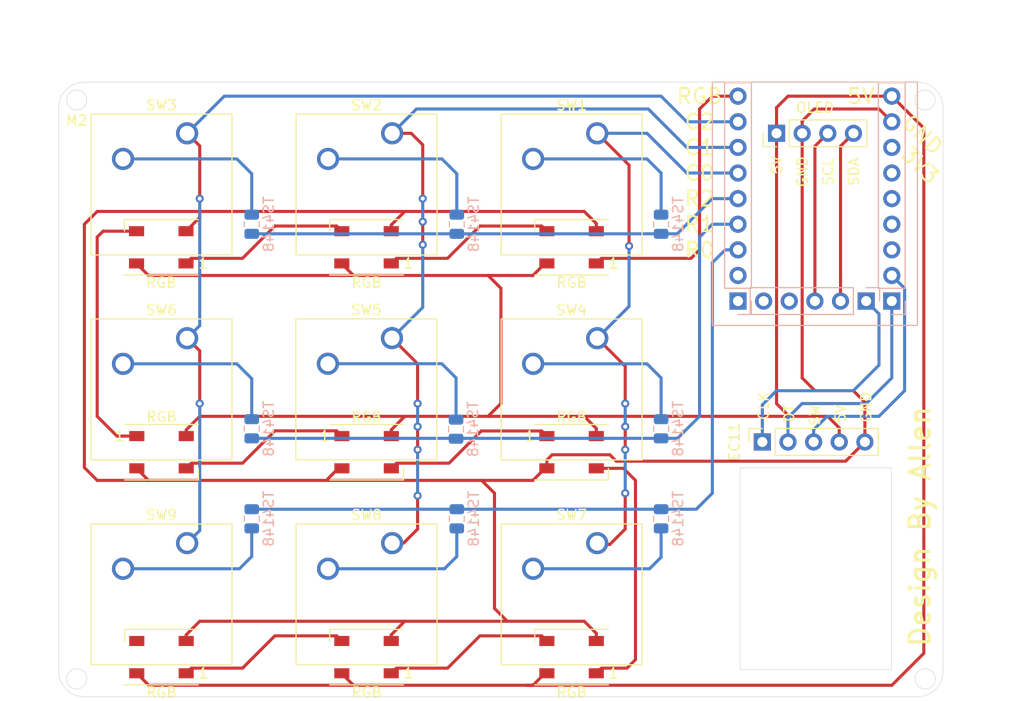
<source format=kicad_pcb>
(kicad_pcb (version 20211014) (generator pcbnew)
  (title_block (title "4*3_programmable_keyboard") (date "2022-05-29"))
  (layers (0 "F.Cu" signal) (31 "B.Cu" signal) (34 "B.Paste" user) (35 "F.Paste" user) (36 "B.SilkS" user "B.Silkscreen") (37 "F.SilkS" user "F.Silkscreen") (38 "B.Mask" user) (39 "F.Mask" user) (44 "Edge.Cuts" user))
  (net 0 "")
  (footprint "Button_Switch_Keyboard:SW_Cherry_MX_1.00u_Plate" (layer "F.Cu") (at 163.849218 105.283)
    (fp_text reference "SW7" (at -2.54 -2.794) (layer "F.SilkS"))
    (fp_text value "SW_Cherry_MX_1.00u_Plate")
    (fp_line (start -9.525 -1.905) (end 4.445 -1.905) (layer "F.SilkS") (width 0.12))
    (fp_line (start 4.445 12.065) (end -9.525 12.065) (layer "F.SilkS") (width 0.12))
    (fp_line (start 4.445 -1.905) (end 4.445 12.065) (layer "F.SilkS") (width 0.12))
    (fp_line (start -9.525 12.065) (end -9.525 -1.905) (layer "F.SilkS") (width 0.12))
    (pad "" np_thru_hole circle (at -2.54 5.08) (size 4 4) (drill 4) (layers *.Cu *.Mask))
    (pad "1" thru_hole circle (at 0 0) (size 2.2 2.2) (drill 1.5) (layers *.Cu *.Mask))
    (pad "2" thru_hole circle (at -6.35 2.54) (size 2.2 2.2) (drill 1.5) (layers *.Cu *.Mask))
  )
  (footprint "Button_Switch_Keyboard:SW_Cherry_MX_1.00u_Plate" (layer "F.Cu") (at 143.529218 105.283)
    (fp_text reference "SW8" (at -2.54 -2.794) (layer "F.SilkS"))
    (fp_text value "SW_Cherry_MX_1.00u_Plate")
    (fp_line (start -9.525 -1.905) (end 4.445 -1.905) (layer "F.SilkS") (width 0.12))
    (fp_line (start -9.525 12.065) (end -9.525 -1.905) (layer "F.SilkS") (width 0.12))
    (fp_line (start 4.445 12.065) (end -9.525 12.065) (layer "F.SilkS") (width 0.12))
    (fp_line (start 4.445 -1.905) (end 4.445 12.065) (layer "F.SilkS") (width 0.12))
    (pad "" np_thru_hole circle (at -2.54 5.08) (size 4 4) (drill 4) (layers *.Cu *.Mask))
    (pad "1" thru_hole circle (at 0 0) (size 2.2 2.2) (drill 1.5) (layers *.Cu *.Mask))
    (pad "2" thru_hole circle (at -6.35 2.54) (size 2.2 2.2) (drill 1.5) (layers *.Cu *.Mask))
  )
  (footprint "LED_SMD:LED_WS2812B_PLCC4_5.0x5.0mm_P3.2mm" (layer "F.Cu") (at 140.989218 116.586 180)
    (fp_text reference "RGB" (at 0 -3.5) (layer "F.SilkS"))
    (fp_text value "LED_WS2812B_PLCC4_5.0x5.0mm_P3.2mm")
    (fp_text user "1" (at -4.15 -1.6) (layer "F.SilkS"))
    (fp_line (start -3.65 2.75) (end 3.65 2.75) (layer "F.SilkS") (width 0.12))
    (fp_line (start -3.65 -2.75) (end 3.65 -2.75) (layer "F.SilkS") (width 0.12))
    (fp_line (start 3.65 2.75) (end 3.65 1.6) (layer "F.SilkS") (width 0.12))
    (pad "1" smd rect (at -2.45 -1.6 180) (size 1.5 1) (layers "F.Cu" "F.Paste" "F.Mask"))
    (pad "2" smd rect (at -2.45 1.6 180) (size 1.5 1) (layers "F.Cu" "F.Paste" "F.Mask"))
    (pad "3" smd rect (at 2.45 1.6 180) (size 1.5 1) (layers "F.Cu" "F.Paste" "F.Mask"))
    (pad "4" smd rect (at 2.45 -1.6 180) (size 1.5 1) (layers "F.Cu" "F.Paste" "F.Mask"))
  )
  (footprint "Button_Switch_Keyboard:SW_Cherry_MX_1.00u_Plate" (layer "F.Cu") (at 123.209218 64.643)
    (fp_text reference "SW3" (at -2.54 -2.794) (layer "F.SilkS"))
    (fp_text value "SW_Cherry_MX_1.00u_Plate")
    (fp_line (start -9.525 -1.905) (end 4.445 -1.905) (layer "F.SilkS") (width 0.12))
    (fp_line (start 4.445 12.065) (end -9.525 12.065) (layer "F.SilkS") (width 0.12))
    (fp_line (start 4.445 -1.905) (end 4.445 12.065) (layer "F.SilkS") (width 0.12))
    (fp_line (start -9.525 12.065) (end -9.525 -1.905) (layer "F.SilkS") (width 0.12))
    (pad "" np_thru_hole circle (at -2.54 5.08) (size 4 4) (drill 4) (layers *.Cu *.Mask))
    (pad "1" thru_hole circle (at 0 0) (size 2.2 2.2) (drill 1.5) (layers *.Cu *.Mask))
    (pad "2" thru_hole circle (at -6.35 2.54) (size 2.2 2.2) (drill 1.5) (layers *.Cu *.Mask))
  )
  (footprint "Button_Switch_Keyboard:SW_Cherry_MX_1.00u_Plate" (layer "F.Cu") (at 143.529218 64.643)
    (fp_text reference "SW2" (at -2.54 -2.794) (layer "F.SilkS"))
    (fp_text value "SW_Cherry_MX_1.00u_Plate")
    (fp_line (start -9.525 12.065) (end -9.525 -1.905) (layer "F.SilkS") (width 0.12))
    (fp_line (start -9.525 -1.905) (end 4.445 -1.905) (layer "F.SilkS") (width 0.12))
    (fp_line (start 4.445 12.065) (end -9.525 12.065) (layer "F.SilkS") (width 0.12))
    (fp_line (start 4.445 -1.905) (end 4.445 12.065) (layer "F.SilkS") (width 0.12))
    (pad "" np_thru_hole circle (at -2.54 5.08) (size 4 4) (drill 4) (layers *.Cu *.Mask))
    (pad "1" thru_hole circle (at 0 0) (size 2.2 2.2) (drill 1.5) (layers *.Cu *.Mask))
    (pad "2" thru_hole circle (at -6.35 2.54) (size 2.2 2.2) (drill 1.5) (layers *.Cu *.Mask))
  )
  (footprint "Button_Switch_Keyboard:SW_Cherry_MX_1.00u_Plate" (layer "F.Cu") (at 163.849218 84.963)
    (fp_text reference "SW4" (at -2.54 -2.794) (layer "F.SilkS"))
    (fp_text value "SW_Cherry_MX_1.00u_Plate")
    (fp_line (start -9.525 12.065) (end -9.525 -1.905) (layer "F.SilkS") (width 0.12))
    (fp_line (start 4.445 -1.905) (end 4.445 12.065) (layer "F.SilkS") (width 0.12))
    (fp_line (start 4.445 12.065) (end -9.525 12.065) (layer "F.SilkS") (width 0.12))
    (fp_line (start -9.525 -1.905) (end 4.445 -1.905) (layer "F.SilkS") (width 0.12))
    (pad "" np_thru_hole circle (at -2.54 5.08) (size 4 4) (drill 4) (layers *.Cu *.Mask))
    (pad "1" thru_hole circle (at 0 0) (size 2.2 2.2) (drill 1.5) (layers *.Cu *.Mask))
    (pad "2" thru_hole circle (at -6.35 2.54) (size 2.2 2.2) (drill 1.5) (layers *.Cu *.Mask))
  )
  (footprint "LED_SMD:LED_WS2812B_PLCC4_5.0x5.0mm_P3.2mm" (layer "F.Cu") (at 120.65 75.946 180)
    (fp_text reference "RGB" (at 0 -3.5) (layer "F.SilkS"))
    (fp_text value "LED_WS2812B_PLCC4_5.0x5.0mm_P3.2mm")
    (fp_text user "1" (at -4.15 -1.6) (layer "F.SilkS"))
    (fp_line (start -3.65 -2.75) (end 3.65 -2.75) (layer "F.SilkS") (width 0.12))
    (fp_line (start 3.65 2.75) (end 3.65 1.6) (layer "F.SilkS") (width 0.12))
    (fp_line (start -3.65 2.75) (end 3.65 2.75) (layer "F.SilkS") (width 0.12))
    (pad "1" smd rect (at -2.45 -1.6 180) (size 1.5 1) (layers "F.Cu" "F.Paste" "F.Mask"))
    (pad "2" smd rect (at -2.45 1.6 180) (size 1.5 1) (layers "F.Cu" "F.Paste" "F.Mask"))
    (pad "3" smd rect (at 2.45 1.6 180) (size 1.5 1) (layers "F.Cu" "F.Paste" "F.Mask"))
    (pad "4" smd rect (at 2.45 -1.6 180) (size 1.5 1) (layers "F.Cu" "F.Paste" "F.Mask"))
  )
  (footprint "LED_SMD:LED_WS2812B_PLCC4_5.0x5.0mm_P3.2mm" (layer "F.Cu") (at 120.669218 116.586 180)
    (fp_text reference "RGB" (at 0 -3.5) (layer "F.SilkS"))
    (fp_text value "LED_WS2812B_PLCC4_5.0x5.0mm_P3.2mm")
    (fp_text user "1" (at -4.15 -1.6) (layer "F.SilkS"))
    (fp_line (start 3.65 2.75) (end 3.65 1.6) (layer "F.SilkS") (width 0.12))
    (fp_line (start -3.65 -2.75) (end 3.65 -2.75) (layer "F.SilkS") (width 0.12))
    (fp_line (start -3.65 2.75) (end 3.65 2.75) (layer "F.SilkS") (width 0.12))
    (pad "1" smd rect (at -2.45 -1.6 180) (size 1.5 1) (layers "F.Cu" "F.Paste" "F.Mask"))
    (pad "2" smd rect (at -2.45 1.6 180) (size 1.5 1) (layers "F.Cu" "F.Paste" "F.Mask"))
    (pad "3" smd rect (at 2.45 1.6 180) (size 1.5 1) (layers "F.Cu" "F.Paste" "F.Mask"))
    (pad "4" smd rect (at 2.45 -1.6 180) (size 1.5 1) (layers "F.Cu" "F.Paste" "F.Mask"))
  )
  (footprint "Button_Switch_Keyboard:SW_Cherry_MX_1.00u_Plate" (layer "F.Cu") (at 143.51 84.953391)
    (fp_text reference "SW5" (at -2.54 -2.794) (layer "F.SilkS"))
    (fp_text value "SW_Cherry_MX_1.00u_Plate")
    (fp_line (start -9.525 -1.905) (end 4.445 -1.905) (layer "F.SilkS") (width 0.12))
    (fp_line (start 4.445 -1.905) (end 4.445 12.065) (layer "F.SilkS") (width 0.12))
    (fp_line (start -9.525 12.065) (end -9.525 -1.905) (layer "F.SilkS") (width 0.12))
    (fp_line (start 4.445 12.065) (end -9.525 12.065) (layer "F.SilkS") (width 0.12))
    (pad "" np_thru_hole circle (at -2.54 5.08) (size 4 4) (drill 4) (layers *.Cu *.Mask))
    (pad "1" thru_hole circle (at 0 0) (size 2.2 2.2) (drill 1.5) (layers *.Cu *.Mask))
    (pad "2" thru_hole circle (at -6.35 2.54) (size 2.2 2.2) (drill 1.5) (layers *.Cu *.Mask))
  )
  (footprint "Button_Switch_Keyboard:SW_Cherry_MX_1.00u_Plate" (layer "F.Cu") (at 123.209218 105.283)
    (fp_text reference "SW9" (at -2.54 -2.794) (layer "F.SilkS"))
    (fp_text value "SW_Cherry_MX_1.00u_Plate")
    (fp_line (start 4.445 12.065) (end -9.525 12.065) (layer "F.SilkS") (width 0.12))
    (fp_line (start 4.445 -1.905) (end 4.445 12.065) (layer "F.SilkS") (width 0.12))
    (fp_line (start -9.525 -1.905) (end 4.445 -1.905) (layer "F.SilkS") (width 0.12))
    (fp_line (start -9.525 12.065) (end -9.525 -1.905) (layer "F.SilkS") (width 0.12))
    (pad "" np_thru_hole circle (at -2.54 5.08) (size 4 4) (drill 4) (layers *.Cu *.Mask))
    (pad "1" thru_hole circle (at 0 0) (size 2.2 2.2) (drill 1.5) (layers *.Cu *.Mask))
    (pad "2" thru_hole circle (at -6.35 2.54) (size 2.2 2.2) (drill 1.5) (layers *.Cu *.Mask))
  )
  (footprint "LED_SMD:LED_WS2812B_PLCC4_5.0x5.0mm_P3.2mm" (layer "F.Cu") (at 140.989218 75.946 180)
    (fp_text reference "RGB" (at 0 -3.5) (layer "F.SilkS"))
    (fp_text value "LED_WS2812B_PLCC4_5.0x5.0mm_P3.2mm")
    (fp_text user "1" (at -4.15 -1.6) (layer "F.SilkS"))
    (fp_line (start 3.65 2.75) (end 3.65 1.6) (layer "F.SilkS") (width 0.12))
    (fp_line (start -3.65 -2.75) (end 3.65 -2.75) (layer "F.SilkS") (width 0.12))
    (fp_line (start -3.65 2.75) (end 3.65 2.75) (layer "F.SilkS") (width 0.12))
    (pad "1" smd rect (at -2.45 -1.6 180) (size 1.5 1) (layers "F.Cu" "F.Paste" "F.Mask"))
    (pad "2" smd rect (at -2.45 1.6 180) (size 1.5 1) (layers "F.Cu" "F.Paste" "F.Mask"))
    (pad "3" smd rect (at 2.45 1.6 180) (size 1.5 1) (layers "F.Cu" "F.Paste" "F.Mask"))
    (pad "4" smd rect (at 2.45 -1.6 180) (size 1.5 1) (layers "F.Cu" "F.Paste" "F.Mask"))
  )
  (footprint "LED_SMD:LED_WS2812B_PLCC4_5.0x5.0mm_P3.2mm" (layer "F.Cu") (at 161.309218 75.946 180)
    (fp_text reference "RGB" (at 0 -3.5) (layer "F.SilkS"))
    (fp_text value "LED_WS2812B_PLCC4_5.0x5.0mm_P3.2mm")
    (fp_text user "1" (at -4.15 -1.6) (layer "F.SilkS"))
    (fp_line (start -3.65 2.75) (end 3.65 2.75) (layer "F.SilkS") (width 0.12))
    (fp_line (start 3.65 2.75) (end 3.65 1.6) (layer "F.SilkS") (width 0.12))
    (fp_line (start -3.65 -2.75) (end 3.65 -2.75) (layer "F.SilkS") (width 0.12))
    (pad "1" smd rect (at -2.45 -1.6 180) (size 1.5 1) (layers "F.Cu" "F.Paste" "F.Mask"))
    (pad "2" smd rect (at -2.45 1.6 180) (size 1.5 1) (layers "F.Cu" "F.Paste" "F.Mask"))
    (pad "3" smd rect (at 2.45 1.6 180) (size 1.5 1) (layers "F.Cu" "F.Paste" "F.Mask"))
    (pad "4" smd rect (at 2.45 -1.6 180) (size 1.5 1) (layers "F.Cu" "F.Paste" "F.Mask"))
  )
  (footprint "LED_SMD:LED_WS2812B_PLCC4_5.0x5.0mm_P3.2mm" (layer "F.Cu") (at 161.309218 116.586 180)
    (fp_text reference "RGB" (at 0 -3.5) (layer "F.SilkS"))
    (fp_text value "LED_WS2812B_PLCC4_5.0x5.0mm_P3.2mm")
    (fp_text user "1" (at -4.15 -1.6) (layer "F.SilkS"))
    (fp_line (start -3.65 -2.75) (end 3.65 -2.75) (layer "F.SilkS") (width 0.12))
    (fp_line (start 3.65 2.75) (end 3.65 1.6) (layer "F.SilkS") (width 0.12))
    (fp_line (start -3.65 2.75) (end 3.65 2.75) (layer "F.SilkS") (width 0.12))
    (pad "1" smd rect (at -2.45 -1.6 180) (size 1.5 1) (layers "F.Cu" "F.Paste" "F.Mask"))
    (pad "2" smd rect (at -2.45 1.6 180) (size 1.5 1) (layers "F.Cu" "F.Paste" "F.Mask"))
    (pad "3" smd rect (at 2.45 1.6 180) (size 1.5 1) (layers "F.Cu" "F.Paste" "F.Mask"))
    (pad "4" smd rect (at 2.45 -1.6 180) (size 1.5 1) (layers "F.Cu" "F.Paste" "F.Mask"))
  )
  (footprint "LED_SMD:LED_WS2812B_PLCC4_5.0x5.0mm_P3.2mm" (layer "F.Cu") (at 140.99855 96.266)
    (fp_text reference "RGB" (at 0 -3.5) (layer "F.SilkS"))
    (fp_text value "LED_WS2812B_PLCC4_5.0x5.0mm_P3.2mm")
    (fp_text user "1" (at -4.15 -1.6) (layer "F.SilkS"))
    (fp_line (start 3.65 2.75) (end 3.65 1.6) (layer "F.SilkS") (width 0.12))
    (fp_line (start -3.65 2.75) (end 3.65 2.75) (layer "F.SilkS") (width 0.12))
    (fp_line (start -3.65 -2.75) (end 3.65 -2.75) (layer "F.SilkS") (width 0.12))
    (pad "1" smd rect (at -2.45 -1.6) (size 1.5 1) (layers "F.Cu" "F.Paste" "F.Mask"))
    (pad "2" smd rect (at -2.45 1.6) (size 1.5 1) (layers "F.Cu" "F.Paste" "F.Mask"))
    (pad "3" smd rect (at 2.45 1.6) (size 1.5 1) (layers "F.Cu" "F.Paste" "F.Mask"))
    (pad "4" smd rect (at 2.45 -1.6) (size 1.5 1) (layers "F.Cu" "F.Paste" "F.Mask"))
  )
  (footprint "LED_SMD:LED_WS2812B_PLCC4_5.0x5.0mm_P3.2mm" (layer "F.Cu") (at 120.674989 96.266)
    (fp_text reference "RGB" (at 0 -3.5) (layer "F.SilkS"))
    (fp_text value "LED_WS2812B_PLCC4_5.0x5.0mm_P3.2mm")
    (fp_text user "1" (at -4.15 -1.6) (layer "F.SilkS"))
    (fp_line (start 3.65 2.75) (end 3.65 1.6) (layer "F.SilkS") (width 0.12))
    (fp_line (start -3.65 -2.75) (end 3.65 -2.75) (layer "F.SilkS") (width 0.12))
    (fp_line (start -3.65 2.75) (end 3.65 2.75) (layer "F.SilkS") (width 0.12))
    (pad "1" smd rect (at -2.45 -1.6) (size 1.5 1) (layers "F.Cu" "F.Paste" "F.Mask"))
    (pad "2" smd rect (at -2.45 1.6) (size 1.5 1) (layers "F.Cu" "F.Paste" "F.Mask"))
    (pad "3" smd rect (at 2.45 1.6) (size 1.5 1) (layers "F.Cu" "F.Paste" "F.Mask"))
    (pad "4" smd rect (at 2.45 -1.6) (size 1.5 1) (layers "F.Cu" "F.Paste" "F.Mask"))
  )
  (footprint "LED_SMD:LED_WS2812B_PLCC4_5.0x5.0mm_P3.2mm" (layer "F.Cu") (at 161.309218 96.266)
    (fp_text reference "RGB" (at 0 -3.5) (layer "F.SilkS"))
    (fp_text value "LED_WS2812B_PLCC4_5.0x5.0mm_P3.2mm")
    (fp_text user "1" (at -4.15 -1.6) (layer "F.SilkS"))
    (fp_line (start 3.65 2.75) (end 3.65 1.6) (layer "F.SilkS") (width 0.12))
    (fp_line (start -3.65 -2.75) (end 3.65 -2.75) (layer "F.SilkS") (width 0.12))
    (fp_line (start -3.65 2.75) (end 3.65 2.75) (layer "F.SilkS") (width 0.12))
    (pad "1" smd rect (at -2.45 -1.6) (size 1.5 1) (layers "F.Cu" "F.Paste" "F.Mask"))
    (pad "2" smd rect (at -2.45 1.6) (size 1.5 1) (layers "F.Cu" "F.Paste" "F.Mask"))
    (pad "3" smd rect (at 2.45 1.6) (size 1.5 1) (layers "F.Cu" "F.Paste" "F.Mask"))
    (pad "4" smd rect (at 2.45 -1.6) (size 1.5 1) (layers "F.Cu" "F.Paste" "F.Mask"))
  )
  (footprint "Button_Switch_Keyboard:SW_Cherry_MX_1.00u_Plate" (layer "F.Cu") (at 123.209218 84.963)
    (fp_text reference "SW6" (at -2.54 -2.794) (layer "F.SilkS"))
    (fp_text value "SW_Cherry_MX_1.00u_Plate")
    (fp_line (start -9.525 12.065) (end -9.525 -1.905) (layer "F.SilkS") (width 0.12))
    (fp_line (start -9.525 -1.905) (end 4.445 -1.905) (layer "F.SilkS") (width 0.12))
    (fp_line (start 4.445 12.065) (end -9.525 12.065) (layer "F.SilkS") (width 0.12))
    (fp_line (start 4.445 -1.905) (end 4.445 12.065) (layer "F.SilkS") (width 0.12))
    (pad "" np_thru_hole circle (at -2.54 5.08) (size 4 4) (drill 4) (layers *.Cu *.Mask))
    (pad "1" thru_hole circle (at 0 0) (size 2.2 2.2) (drill 1.5) (layers *.Cu *.Mask))
    (pad "2" thru_hole circle (at -6.35 2.54) (size 2.2 2.2) (drill 1.5) (layers *.Cu *.Mask))
  )
  (footprint "Button_Switch_Keyboard:SW_Cherry_MX_1.00u_Plate" (layer "F.Cu") (at 163.849218 64.643)
    (fp_text reference "SW1" (at -2.54 -2.794) (layer "F.SilkS"))
    (fp_text value "SW_Cherry_MX_1.00u_Plate")
    (fp_line (start 4.445 12.065) (end -9.525 12.065) (layer "F.SilkS") (width 0.12))
    (fp_line (start -9.525 12.065) (end -9.525 -1.905) (layer "F.SilkS") (width 0.12))
    (fp_line (start -9.525 -1.905) (end 4.445 -1.905) (layer "F.SilkS") (width 0.12))
    (fp_line (start 4.445 -1.905) (end 4.445 12.065) (layer "F.SilkS") (width 0.12))
    (pad "" np_thru_hole circle (at -2.54 5.08) (size 4 4) (drill 4) (layers *.Cu *.Mask))
    (pad "1" thru_hole circle (at 0 0) (size 2.2 2.2) (drill 1.5) (layers *.Cu *.Mask))
    (pad "2" thru_hole circle (at -6.35 2.54) (size 2.2 2.2) (drill 1.5) (layers *.Cu *.Mask))
  )
  (footprint "Connector_PinHeader_2.54mm:PinHeader_1x04_P2.54mm_Vertical" (layer "F.Cu") (at 181.62 64.643 90)
    (fp_text reference "OLED" (at 2.54 3.8) (layer "F.SilkS"))
    (fp_text value "PinHeader_1x04_P2.54mm_Vertical")
    (fp_line (start -1.33 8.95) (end 1.33 8.95) (layer "F.SilkS") (width 0.12))
    (fp_line (start -1.33 1.27) (end 1.33 1.27) (layer "F.SilkS") (width 0.12))
    (fp_line (start 1.33 1.27) (end 1.33 8.95) (layer "F.SilkS") (width 0.12))
    (fp_line (start -1.33 0) (end -1.33 -1.33) (layer "F.SilkS") (width 0.12))
    (fp_line (start -1.33 -1.33) (end 0 -1.33) (layer "F.SilkS") (width 0.12))
    (fp_line (start -1.33 1.27) (end -1.33 8.95) (layer "F.SilkS") (width 0.12))
    (pad "1" thru_hole rect (at 0 0 90) (size 1.7 1.7) (drill 1) (layers *.Cu *.Mask))
    (pad "2" thru_hole oval (at 0 2.54 90) (size 1.7 1.7) (drill 1) (layers *.Cu *.Mask))
    (pad "3" thru_hole oval (at 0 5.08 90) (size 1.7 1.7) (drill 1) (layers *.Cu *.Mask))
    (pad "4" thru_hole oval (at 0 7.62 90) (size 1.7 1.7) (drill 1) (layers *.Cu *.Mask))
  )
  (footprint "Connector_PinSocket_2.54mm:PinSocket_1x05_P2.54mm_Vertical" (layer "F.Cu") (at 180.213 95.25 90)
    (fp_text reference "EC11" (at 0 -2.77 90) (layer "F.SilkS"))
    (fp_text value "PinSocket_1x05_P2.54mm_Vertical")
    (fp_line (start -1.33 1.27) (end -1.33 11.49) (layer "F.SilkS") (width 0.12))
    (fp_line (start -1.33 11.49) (end 1.33 11.49) (layer "F.SilkS") (width 0.12))
    (fp_line (start 1.33 1.27) (end 1.33 11.49) (layer "F.SilkS") (width 0.12))
    (fp_line (start 0 -1.33) (end 1.33 -1.33) (layer "F.SilkS") (width 0.12))
    (fp_line (start -1.33 1.27) (end 1.33 1.27) (layer "F.SilkS") (width 0.12))
    (fp_line (start 1.33 -1.33) (end 1.33 0) (layer "F.SilkS") (width 0.12))
    (pad "1" thru_hole rect (at 0 0 90) (size 1.7 1.7) (drill 1) (layers *.Cu *.Mask))
    (pad "2" thru_hole oval (at 0 2.54 90) (size 1.7 1.7) (drill 1) (layers *.Cu *.Mask))
    (pad "3" thru_hole oval (at 0 5.08 90) (size 1.7 1.7) (drill 1) (layers *.Cu *.Mask))
    (pad "4" thru_hole oval (at 0 7.62 90) (size 1.7 1.7) (drill 1) (layers *.Cu *.Mask))
    (pad "5" thru_hole oval (at 0 10.16 90) (size 1.7 1.7) (drill 1) (layers *.Cu *.Mask))
  )
  (footprint "Capacitor_SMD:C_0805_2012Metric" (layer "B.Cu") (at 149.86 93.98 90)
    (fp_text reference "TS4148" (at 0 1.68 90) (layer "B.SilkS") (effects (justify mirror)))
    (fp_text value "C_0805_2012Metric")
    (fp_line (start -0.261252 0.735) (end 0.261252 0.735) (layer "B.SilkS") (width 0.12))
    (fp_line (start -0.261252 -0.735) (end 0.261252 -0.735) (layer "B.SilkS") (width 0.12))
    (pad "1" smd roundrect (at -0.95 0 90) (size 1 1.45) (layers "B.Cu" "B.Paste" "B.Mask"))
    (pad "2" smd roundrect (at 0.95 0 90) (size 1 1.45) (layers "B.Cu" "B.Paste" "B.Mask"))
  )
  (footprint "Capacitor_SMD:C_0805_2012Metric" (layer "B.Cu") (at 129.613323 102.87 90)
    (fp_text reference "TS4148" (at 0 1.68 90) (layer "B.SilkS") (effects (justify mirror)))
    (fp_text value "C_0805_2012Metric")
    (fp_line (start -0.261252 0.735) (end 0.261252 0.735) (layer "B.SilkS") (width 0.12))
    (fp_line (start -0.261252 -0.735) (end 0.261252 -0.735) (layer "B.SilkS") (width 0.12))
    (pad "1" smd roundrect (at -0.95 0 90) (size 1 1.45) (layers "B.Cu" "B.Paste" "B.Mask"))
    (pad "2" smd roundrect (at 0.95 0 90) (size 1 1.45) (layers "B.Cu" "B.Paste" "B.Mask"))
  )
  (footprint "Capacitor_SMD:C_0805_2012Metric" (layer "B.Cu") (at 149.933323 73.66 90)
    (fp_text reference "TS4148" (at 0 1.68 90) (layer "B.SilkS") (effects (justify mirror)))
    (fp_text value "C_0805_2012Metric")
    (fp_line (start -0.261252 0.735) (end 0.261252 0.735) (layer "B.SilkS") (width 0.12))
    (fp_line (start -0.261252 -0.735) (end 0.261252 -0.735) (layer "B.SilkS") (width 0.12))
    (pad "1" smd roundrect (at -0.95 0 90) (size 1 1.45) (layers "B.Cu" "B.Paste" "B.Mask"))
    (pad "2" smd roundrect (at 0.95 0 90) (size 1 1.45) (layers "B.Cu" "B.Paste" "B.Mask"))
  )
  (footprint "Connector_PinSocket_2.54mm:PinSocket_1x09_P2.54mm_Vertical" (layer "B.Cu") (at 193.04 81.28)
    (fp_text reference "REF**" hide)
    (fp_text value "PinSocket_1x09_P2.54mm_Vertical")
    (fp_line (start -1.33 -1.27) (end 1.33 -1.27) (layer "B.SilkS") (width 0.12))
    (fp_line (start 1.33 -1.27) (end 1.33 -21.65) (layer "B.SilkS") (width 0.12))
    (fp_line (start -1.33 -1.27) (end -1.33 -21.65) (layer "B.SilkS") (width 0.12))
    (fp_line (start 1.33 1.33) (end 1.33 0) (layer "B.SilkS") (width 0.12))
    (fp_line (start -1.33 -21.65) (end 1.33 -21.65) (layer "B.SilkS") (width 0.12))
    (fp_line (start 0 1.33) (end 1.33 1.33) (layer "B.SilkS") (width 0.12))
    (pad "1" thru_hole rect (at 0 0) (size 1.7 1.7) (drill 1) (layers *.Cu *.Mask))
    (pad "2" thru_hole oval (at 0 -2.54) (size 1.7 1.7) (drill 1) (layers *.Cu *.Mask))
    (pad "3" thru_hole oval (at 0 -5.08) (size 1.7 1.7) (drill 1) (layers *.Cu *.Mask))
    (pad "4" thru_hole oval (at 0 -7.62) (size 1.7 1.7) (drill 1) (layers *.Cu *.Mask))
    (pad "5" thru_hole oval (at 0 -10.16) (size 1.7 1.7) (drill 1) (layers *.Cu *.Mask))
    (pad "6" thru_hole oval (at 0 -12.7) (size 1.7 1.7) (drill 1) (layers *.Cu *.Mask))
    (pad "7" thru_hole oval (at 0 -15.24) (size 1.7 1.7) (drill 1) (layers *.Cu *.Mask))
    (pad "8" thru_hole oval (at 0 -17.78) (size 1.7 1.7) (drill 1) (layers *.Cu *.Mask))
    (pad "9" thru_hole oval (at 0 -20.32) (size 1.7 1.7) (drill 1) (layers *.Cu *.Mask))
  )
  (footprint "Capacitor_SMD:C_0805_2012Metric" (layer "B.Cu") (at 170.18 102.87 90)
    (fp_text reference "TS4148" (at 0 1.68 90) (layer "B.SilkS") (effects (justify mirror)))
    (fp_text value "C_0805_2012Metric")
    (fp_line (start -0.261252 -0.735) (end 0.261252 -0.735) (layer "B.SilkS") (width 0.12))
    (fp_line (start -0.261252 0.735) (end 0.261252 0.735) (layer "B.SilkS") (width 0.12))
    (pad "1" smd roundrect (at -0.95 0 90) (size 1 1.45) (layers "B.Cu" "B.Paste" "B.Mask"))
    (pad "2" smd roundrect (at 0.95 0 90) (size 1 1.45) (layers "B.Cu" "B.Paste" "B.Mask"))
  )
  (footprint "Capacitor_SMD:C_0805_2012Metric" (layer "B.Cu") (at 129.613323 93.941243 90)
    (fp_text reference "TS4148" (at 0 1.68 90) (layer "B.SilkS") (effects (justify mirror)))
    (fp_text value "C_0805_2012Metric")
    (fp_line (start -0.261252 0.735) (end 0.261252 0.735) (layer "B.SilkS") (width 0.12))
    (fp_line (start -0.261252 -0.735) (end 0.261252 -0.735) (layer "B.SilkS") (width 0.12))
    (pad "1" smd roundrect (at -0.95 0 90) (size 1 1.45) (layers "B.Cu" "B.Paste" "B.Mask"))
    (pad "2" smd roundrect (at 0.95 0 90) (size 1 1.45) (layers "B.Cu" "B.Paste" "B.Mask"))
  )
  (footprint "Connector_PinSocket_2.54mm:PinSocket_1x09_P2.54mm_Vertical" (layer "B.Cu") (at 177.8 81.28)
    (fp_text reference "REF**" hide)
    (fp_text value "PinSocket_1x09_P2.54mm_Vertical")
    (fp_line (start -1.33 -1.27) (end 1.33 -1.27) (layer "B.SilkS") (width 0.12))
    (fp_line (start 0 1.33) (end 1.33 1.33) (layer "B.SilkS") (width 0.12))
    (fp_line (start -1.33 -21.65) (end 1.33 -21.65) (layer "B.SilkS") (width 0.12))
    (fp_line (start 1.33 -1.27) (end 1.33 -21.65) (layer "B.SilkS") (width 0.12))
    (fp_line (start 1.33 1.33) (end 1.33 0) (layer "B.SilkS") (width 0.12))
    (fp_line (start -1.33 -1.27) (end -1.33 -21.65) (layer "B.SilkS") (width 0.12))
    (pad "1" thru_hole rect (at 0 0) (size 1.7 1.7) (drill 1) (layers *.Cu *.Mask))
    (pad "2" thru_hole oval (at 0 -2.54) (size 1.7 1.7) (drill 1) (layers *.Cu *.Mask))
    (pad "3" thru_hole oval (at 0 -5.08) (size 1.7 1.7) (drill 1) (layers *.Cu *.Mask))
    (pad "4" thru_hole oval (at 0 -7.62) (size 1.7 1.7) (drill 1) (layers *.Cu *.Mask))
    (pad "5" thru_hole oval (at 0 -10.16) (size 1.7 1.7) (drill 1) (layers *.Cu *.Mask))
    (pad "6" thru_hole oval (at 0 -12.7) (size 1.7 1.7) (drill 1) (layers *.Cu *.Mask))
    (pad "7" thru_hole oval (at 0 -15.24) (size 1.7 1.7) (drill 1) (layers *.Cu *.Mask))
    (pad "8" thru_hole oval (at 0 -17.78) (size 1.7 1.7) (drill 1) (layers *.Cu *.Mask))
    (pad "9" thru_hole oval (at 0 -20.32) (size 1.7 1.7) (drill 1) (layers *.Cu *.Mask))
  )
  (footprint "Capacitor_SMD:C_0805_2012Metric" (layer "B.Cu") (at 170.18 73.66 90)
    (fp_text reference "TS4148" (at 0 1.68 90) (layer "B.SilkS") (effects (justify mirror)))
    (fp_text value "C_0805_2012Metric")
    (fp_line (start -0.261252 -0.735) (end 0.261252 -0.735) (layer "B.SilkS") (width 0.12))
    (fp_line (start -0.261252 0.735) (end 0.261252 0.735) (layer "B.SilkS") (width 0.12))
    (pad "1" smd roundrect (at -0.95 0 90) (size 1 1.45) (layers "B.Cu" "B.Paste" "B.Mask"))
    (pad "2" smd roundrect (at 0.95 0 90) (size 1 1.45) (layers "B.Cu" "B.Paste" "B.Mask"))
  )
  (footprint "Connector_PinSocket_2.54mm:PinSocket_1x05_P2.54mm_Vertical" (layer "B.Cu") (at 190.5 81.28 90)
    (fp_text reference "REF**" hide)
    (fp_text value "PinSocket_1x05_P2.54mm_Vertical")
    (fp_line (start -1.33 -11.49) (end 1.33 -11.49) (layer "B.SilkS") (width 0.12))
    (fp_line (start 1.33 1.33) (end 1.33 0) (layer "B.SilkS") (width 0.12))
    (fp_line (start -1.33 -1.27) (end 1.33 -1.27) (layer "B.SilkS") (width 0.12))
    (fp_line (start -1.33 -1.27) (end -1.33 -11.49) (layer "B.SilkS") (width 0.12))
    (fp_line (start 1.33 -1.27) (end 1.33 -11.49) (layer "B.SilkS") (width 0.12))
    (fp_line (start 0 1.33) (end 1.33 1.33) (layer "B.SilkS") (width 0.12))
    (pad "1" thru_hole rect (at 0 0 90) (size 1.7 1.7) (drill 1) (layers *.Cu *.Mask))
    (pad "2" thru_hole oval (at 0 -2.54 90) (size 1.7 1.7) (drill 1) (layers *.Cu *.Mask))
    (pad "3" thru_hole oval (at 0 -5.08 90) (size 1.7 1.7) (drill 1) (layers *.Cu *.Mask))
    (pad "4" thru_hole oval (at 0 -7.62 90) (size 1.7 1.7) (drill 1) (layers *.Cu *.Mask))
    (pad "5" thru_hole oval (at 0 -10.16 90) (size 1.7 1.7) (drill 1) (layers *.Cu *.Mask))
  )
  (footprint "Capacitor_SMD:C_0805_2012Metric" (layer "B.Cu") (at 170.18 93.941243 90)
    (fp_text reference "TS4148" (at 0 1.68 90) (layer "B.SilkS") (effects (justify mirror)))
    (fp_text value "C_0805_2012Metric")
    (fp_line (start -0.261252 0.735) (end 0.261252 0.735) (layer "B.SilkS") (width 0.12))
    (fp_line (start -0.261252 -0.735) (end 0.261252 -0.735) (layer "B.SilkS") (width 0.12))
    (pad "1" smd roundrect (at -0.95 0 90) (size 1 1.45) (layers "B.Cu" "B.Paste" "B.Mask"))
    (pad "2" smd roundrect (at 0.95 0 90) (size 1 1.45) (layers "B.Cu" "B.Paste" "B.Mask"))
  )
  (footprint "Capacitor_SMD:C_0805_2012Metric" (layer "B.Cu") (at 129.613323 73.66 90)
    (fp_text reference "TS4148" (at 0 1.68 90) (layer "B.SilkS") (effects (justify mirror)))
    (fp_text value "C_0805_2012Metric")
    (fp_line (start -0.261252 0.735) (end 0.261252 0.735) (layer "B.SilkS") (width 0.12))
    (fp_line (start -0.261252 -0.735) (end 0.261252 -0.735) (layer "B.SilkS") (width 0.12))
    (pad "1" smd roundrect (at -0.95 0 90) (size 1 1.45) (layers "B.Cu" "B.Paste" "B.Mask"))
    (pad "2" smd roundrect (at 0.95 0 90) (size 1 1.45) (layers "B.Cu" "B.Paste" "B.Mask"))
  )
  (footprint "Capacitor_SMD:C_0805_2012Metric" (layer "B.Cu") (at 149.933323 102.87 90)
    (fp_text reference "TS4148" (at 0 1.68 90) (layer "B.SilkS") (effects (justify mirror)))
    (fp_text value "C_0805_2012Metric")
    (fp_line (start -0.261252 0.735) (end 0.261252 0.735) (layer "B.SilkS") (width 0.12))
    (fp_line (start -0.261252 -0.735) (end 0.261252 -0.735) (layer "B.SilkS") (width 0.12))
    (pad "1" smd roundrect (at -0.95 0 90) (size 1 1.45) (layers "B.Cu" "B.Paste" "B.Mask"))
    (pad "2" smd roundrect (at 0.95 0 90) (size 1 1.45) (layers "B.Cu" "B.Paste" "B.Mask"))
  )
  (gr_rect (start 175.26 83.693) (end 195.58 59.563) (layer "B.SilkS") (width 0.12) (fill none))
  (gr_line (start 113.03 120.523) (end 195.58 120.523) (layer "Edge.Cuts") (width 0.05))
  (gr_circle (center 112.268 118.745) (end 111.268 118.745) (layer "Edge.Cuts") (width 0.05) (fill none))
  (gr_circle (center 112.268 61.341) (end 111.268 61.341) (layer "Edge.Cuts") (width 0.05) (fill none))
  (gr_line (start 110.49 117.983) (end 110.49 62.103) (layer "Edge.Cuts") (width 0.05))
  (gr_line (start 198.12 117.983) (end 198.12 62.103) (layer "Edge.Cuts") (width 0.05))
  (gr_arc (start 195.58 59.563) (mid 197.376051 60.306949) (end 198.12 62.103) (layer "Edge.Cuts") (width 0.05))
  (gr_line (start 195.58 59.563) (end 113.03 59.563) (layer "Edge.Cuts") (width 0.05))
  (gr_circle (center 196.342 118.745) (end 195.342 118.745) (layer "Edge.Cuts") (width 0.05) (fill none))
  (gr_arc (start 198.12 117.983) (mid 197.376051 119.779051) (end 195.58 120.523) (layer "Edge.Cuts") (width 0.05))
  (gr_arc (start 113.03 120.523) (mid 111.233949 119.779051) (end 110.49 117.983) (layer "Edge.Cuts") (width 0.05))
  (gr_rect (start 178.01 97.81) (end 193.01 117.81) (layer "Edge.Cuts") (width 0.05) (fill none))
  (gr_arc (start 110.49 62.103) (mid 111.233949 60.306949) (end 113.03 59.563) (layer "Edge.Cuts") (width 0.05))
  (gr_circle (center 196.342 61.341) (end 195.342 61.341) (layer "Edge.Cuts") (width 0.05) (fill none))
  (gr_text "C0" (at 173.99 68.58) (layer "F.SilkS") (effects (font (size 1.5 1.5) (thickness 0.2))))
  (gr_text "C1\n" (at 173.99 66.04) (layer "F.SilkS") (effects (font (size 1.5 1.5) (thickness 0.2))))
  (gr_text "C2\n" (at 173.99 63.5) (layer "F.SilkS") (effects (font (size 1.5 1.5) (thickness 0.2))))
  (gr_text "R0" (at 173.99 76.2) (layer "F.SilkS") (effects (font (size 1.5 1.5) (thickness 0.2))))
  (gr_text "GND" (at 184.190802 68.453 -270) (layer "F.SilkS") (effects (font (size 1 1))))
  (gr_text "CLK" (at 180.34 90.17 -270) (layer "F.SilkS") (effects (font (size 1 1)) (justify right)))
  (gr_text "Design By Allen" (at 195.834 103.632 -270) (layer "F.SilkS") (effects (font (size 2 2) (thickness 0.3))))
  (gr_text "DT" (at 182.88 91.44 -270) (layer "F.SilkS") (effects (font (size 1 1)) (justify right)))
  (gr_text "SW" (at 185.42 91.44 -270) (layer "F.SilkS") (effects (font (size 1 1)) (justify right)))
  (gr_text "SCL" (at 186.72 68.453 -270) (layer "F.SilkS") (effects (font (size 1 1))))
  (gr_text "M2" (at 112.268 63.373) (layer "F.SilkS") (effects (font (size 1 1))))
  (gr_text "3V3\n" (at 195.834 67.818 -45) (layer "F.SilkS") (effects (font (size 1.5 1.5) (thickness 0.2))))
  (gr_text "GND" (at 190.5 90.17 -270) (layer "F.SilkS") (effects (font (size 1 1)) (justify right)))
  (gr_text "SDA" (at 189.283566 68.453 -270) (layer "F.SilkS") (effects (font (size 1 1))))
  (gr_text "R2\n" (at 173.99 71.12) (layer "F.SilkS") (effects (font (size 1.5 1.5) (thickness 0.2))))
  (gr_text "RGB" (at 173.99 60.96) (layer "F.SilkS") (effects (font (size 1.5 1.5) (thickness 0.2))))
  (gr_text "5V" (at 181.660802 67.818 -270) (layer "F.SilkS") (effects (font (size 1 1))))
  (gr_text "GND" (at 196.088 64.77 -45) (layer "F.SilkS") (effects (font (size 1.5 1.5) (thickness 0.2))))
  (gr_text "R1\n" (at 173.99 73.66) (layer "F.SilkS") (effects (font (size 1.5 1.5) (thickness 0.2))))
  (gr_text "5V" (at 187.96 91.44 -270) (layer "F.SilkS") (effects (font (size 1 1)) (justify right)))
  (gr_text "5V" (at 189.992 60.96) (layer "F.SilkS") (effects (font (size 1.5 1.5) (thickness 0.2))))
  (segment (start 138.539218 74.346) (end 138.031218 73.838) (width 0.3048) (layer "F.Cu") (net 0))
  (segment (start 177.8 60.96) (end 175.26 60.96) (width 0.3048) (layer "F.Cu") (net 0))
  (segment (start 146.05 103.886) (end 144.653 105.283) (width 0.3048) (layer "F.Cu") (net 0))
  (segment (start 158.859218 114.986) (end 158.351218 114.478) (width 0.3048) (layer "F.Cu") (net 0))
  (segment (start 163.759218 114.229218) (end 163.759218 114.986) (width 0.3048) (layer "F.Cu") (net 0))
  (segment (start 124.46 86.213782) (end 124.46 91.44) (width 0.3048) (layer "F.Cu") (net 0))
  (segment (start 146.558 65.786) (end 145.415 64.643) (width 0.3048) (layer "F.Cu") (net 0))
  (segment (start 124.46 92.71) (end 144.78 92.71) (width 0.3048) (layer "F.Cu") (net 0))
  (segment (start 113.03 97.79) (end 114.3 99.06) (width 0.3048) (layer "F.Cu") (net 0))
  (segment (start 144.78 92.71) (end 153.035 92.71) (width 0.3048) (layer "F.Cu") (net 0))
  (segment (start 149.173389 97.35022) (end 152.365609 94.158) (width 0.3048) (layer "F.Cu") (net 0))
  (segment (start 143.44855 94.04145) (end 144.78 92.71) (width 0.3048) (layer "F.Cu") (net 0))
  (segment (start 185.43 90.17) (end 189.23 90.17) (width 0.3048) (layer "F.Cu") (net 0))
  (segment (start 157.48 99.06) (end 152.4 99.06) (width 0.3048) (layer "F.Cu") (net 0))
  (segment (start 124.46 72.39) (end 144.78 72.39) (width 0.3048) (layer "F.Cu") (net 0))
  (segment (start 123.119218 114.986) (end 123.119218 114.370782) (width 0.3048) (layer "F.Cu") (net 0))
  (segment (start 137.16 98.899385) (end 137.16 99.06) (width 0.3048) (layer "F.Cu") (net 0))
  (segment (start 152.222 73.838) (end 149.022 77.038) (width 0.3048) (layer "F.Cu") (net 0))
  (segment (start 173.99 76.2) (end 173.152 77.038) (width 0.3048) (layer "F.Cu") (net 0))
  (segment (start 119.413218 119.38) (end 156.845 119.38) (width 0.3048) (layer "F.Cu") (net 0))
  (segment (start 113.03 73.66) (end 113.03 97.79) (width 0.3048) (layer "F.Cu") (net 0))
  (segment (start 167.005 71.755) (end 167.005 75.819) (width 0.3048) (layer "F.Cu") (net 0))
  (segment (start 153.035 92.71) (end 162.56 92.71) (width 0.3048) (layer "F.Cu") (net 0))
  (segment (start 123.640769 97.35022) (end 128.70978 97.35022) (width 0.3048) (layer "F.Cu") (net 0))
  (segment (start 146.05 87.493391) (end 143.51 84.953391) (width 0.3048) (layer "F.Cu") (net 0))
  (segment (start 123.627218 117.678) (end 123.119218 118.186) (width 0.3048) (layer "F.Cu") (net 0))
  (segment (start 138.539218 118.219218) (end 139.7 119.38) (width 0.3048) (layer "F.Cu") (net 0))
  (segment (start 184.16 63.4315) (end 184.16 64.643) (width 0.3048) (layer "F.Cu") (net 0))
  (segment (start 114.3 92.71) (end 116.256 94.666) (width 0.3048) (layer "F.Cu") (net 0))
  (segment (start 146.05 91.44) (end 146.05 87.493391) (width 0.3048) (layer "F.Cu") (net 0))
  (segment (start 114.884 74.346) (end 114.3 74.93) (width 0.3048) (layer "F.Cu") (net 0))
  (segment (start 158.859218 97.680782) (end 157.48 99.06) (width 0.3048) (layer "F.Cu") (net 0))
  (segment (start 128.70978 97.35022) (end 131.90978 94.15022) (width 0.3048) (layer "F.Cu") (net 0))
  (segment (start 184.16 88.9) (end 185.43 90.17) (width 0.3048) (layer "F.Cu") (net 0))
  (segment (start 119.38 78.74) (end 153.035 78.74) (width 0.3048) (layer "F.Cu") (net 0))
  (segment (start 159.385 96.52) (end 158.859218 97.045782) (width 0.3048) (layer "F.Cu") (net 0))
  (segment (start 189.23 90.17) (end 190.373 91.313) (width 0.3048) (layer "F.Cu") (net 0))
  (segment (start 166.624 91.44) (end 166.624 87.737782) (width 0.3048) (layer "F.Cu") (net 0))
  (segment (start 123.124989 94.045011) (end 124.46 92.71) (width 0.3048) (layer "F.Cu") (net 0))
  (segment (start 118.219218 77.579218) (end 119.38 78.74) (width 0.3048) (layer "F.Cu") (net 0))
  (segment (start 181.61 62.103) (end 181.62 62.113) (width 0.3048) (layer "F.Cu") (net 0))
  (segment (start 143.96433 97.35022) (end 149.173389 97.35022) (width 0.3048) (layer "F.Cu") (net 0))
  (segment (start 118.219218 118.186) (end 119.413218 119.38) (width 0.3048) (layer "F.Cu") (net 0))
  (segment (start 162.56 92.71) (end 163.759218 93.909218) (width 0.3048) (layer "F.Cu") (net 0))
  (segment (start 166.446 97.866) (end 167.64 99.06) (width 0.3048) (layer "F.Cu") (net 0))
  (segment (start 153.035 78.74) (end 157.48 78.74) (width 0.3048) (layer "F.Cu") (net 0))
  (segment (start 149.022 117.678) (end 143.947218 117.678) (width 0.3048) (layer "F.Cu") (net 0))
  (segment (start 144.653 105.283) (end 143.529218 105.283) (width 0.3048) (layer "F.Cu") (net 0))
  (segment (start 118.224989 97.904989) (end 119.38 99.06) (width 0.3048) (layer "F.Cu") (net 0))
  (segment (start 114.3 99.06) (end 119.38 99.06) (width 0.3048) (layer "F.Cu") (net 0))
  (segment (start 173.152 77.038) (end 164.267218 77.038) (width 0.3048) (layer "F.Cu") (net 0))
  (segment (start 123.209218 84.963) (end 124.46 86.213782) (width 0.3048) (layer "F.Cu") (net 0))
  (segment (start 185.42 81.28) (end 185.42 65.923) (width 0.3048) (layer "F.Cu") (net 0))
  (segment (start 116.256 94.666) (end 118.224989 94.666) (width 0.3048) (layer "F.Cu") (net 0))
  (segment (start 143.44855 94.666) (end 143.44855 94.04145) (width 0.3048) (layer "F.Cu") (net 0))
  (segment (start 166.624 93.726) (end 166.624 96.012) (width 0.3048) (layer "F.Cu") (net 0))
  (segment (start 124.46 113.03) (end 144.78 113.03) (width 0.3048) (layer "F.Cu") (net 0))
  (segment (start 143.439218 73.730782) (end 144.78 72.39) (width 0.3048) (layer "F.Cu") (net 0))
  (segment (start 152.365609 94.158) (end 158.351218 94.158) (width 0.3048) (layer "F.Cu") (net 0))
  (segment (start 157.48 119.38) (end 158.674 118.186) (width 0.3048) (layer "F.Cu") (net 0))
  (segment (start 162.56 72.39) (end 163.759218 73.589218) (width 0.3048) (layer "F.Cu") (net 0))
  (segment (start 185.42 65.923) (end 186.7 64.643) (width 0.3048) (layer "F.Cu") (net 0))
  (segment (start 166.802 117.678) (end 164.267218 117.678) (width 0.3048) (layer "F.Cu") (net 0))
  (segment (start 163.976218 105.41) (end 163.849218 105.283) (width 0.3048) (layer "F.Cu") (net 0))
  (segment (start 157.48 78.74) (end 158.674 77.546) (width 0.3048) (layer "F.Cu") (net 0))
  (segment (start 138.193385 97.866) (end 137.16 98.899385) (width 0.3048) (layer "F.Cu") (net 0))
  (segment (start 124.46 72.39) (end 114.3 72.39) (width 0.3048) (layer "F.Cu") (net 0))
  (segment (start 167.005 71.755) (end 167.005 67.798782) (width 0.3048) (layer "F.Cu") (net 0))
  (segment (start 164.267218 77.038) (end 163.759218 77.546) (width 0.3048) (layer "F.Cu") (net 0))
  (segment (start 167.64 99.06) (end 167.64 116.84) (width 0.3048) (layer "F.Cu") (net 0))
  (segment (start 193.04 63.5) (end 191.77 62.23) (width 0.3048) (layer "F.Cu") (net 0))
  (segment (start 181.62 64.643) (end 181.62 91.45) (width 0.3048) (layer "F.Cu") (net 0))
  (segment (start 131.902 114.478) (end 128.702 117.678) (width 0.3048) (layer "F.Cu") (net 0))
  (segment (start 131.90978 94.15022) (end 138.03277 94.15022) (width 0.3048) (layer "F.Cu") (net 0))
  (segment (start 184.16 64.643) (end 184.16 88.9) (width 0.3048) (layer "F.Cu") (net 0))
  (segment (start 187.96 65.923) (end 189.24 64.643) (width 0.3048) (layer "F.Cu") (net 0))
  (segment (start 163.759218 97.866) (end 166.446 97.866) (width 0.3048) (layer "F.Cu") (net 0))
  (segment (start 163.759218 73.589218) (end 163.759218 74.346) (width 0.3048) (layer "F.Cu") (net 0))
  (segment (start 158.351218 114.478) (end 152.222 114.478) (width 0.3048) (layer "F.Cu") (net 0))
  (segment (start 185.3615 62.23) (end 184.16 63.4315) (width 0.3048) (layer "F.Cu") (net 0))
  (segment (start 128.702 77.038) (end 123.608 77.038) (width 0.3048) (layer "F.Cu") (net 0))
  (segment (start 166.624 103.886) (end 165.1 105.41) (width 0.3048) (layer "F.Cu") (net 0))
  (segment (start 156.845 119.38) (end 157.48 119.38) (width 0.3048) (layer "F.Cu") (net 0))
  (segment (start 175.26 60.96) (end 173.99 62.23) (width 0.3048) (layer "F.Cu") (net 0))
  (segment (start 166.624 87.737782) (end 163.849218 84.963) (width 0.3048) (layer "F.Cu") (net 0))
  (segment (start 146.558 73.406) (end 146.558 75.692) (width 0.3048) (layer "F.Cu") (net 0))
  (segment (start 193.04 60.96) (end 196.215 64.135) (width 0.3048) (layer "F.Cu") (net 0))
  (segment (start 182.88 92.71) (end 162.56 92.71) (width 0.3048) (layer "F.Cu") (net 0))
  (segment (start 124.46 72.986) (end 124.46 72.39) (width 0.3048) (layer "F.Cu") (net 0))
  (segment (start 123.124989 94.666) (end 123.124989 94.045011) (width 0.3048) (layer "F.Cu") (net 0))
  (segment (start 165.1 105.41) (end 163.976218 105.41) (width 0.3048) (layer "F.Cu") (net 0))
  (segment (start 123.209218 64.643) (end 124.46 65.893782) (width 0.3048) (layer "F.Cu") (net 0))
  (segment (start 166.624 100.33) (end 166.624 103.886) (width 0.3048) (layer "F.Cu") (net 0))
  (segment (start 143.439218 74.346) (end 143.439218 73.730782) (width 0.3048) (layer "F.Cu") (net 0))
  (segment (start 118.2 74.346) (end 114.884 74.346) (width 0.3048) (layer "F.Cu") (net 0))
  (segment (start 146.05 100.584) (end 146.05 103.886) (width 0.3048) (layer "F.Cu") (net 0))
  (segment (start 131.902 73.838) (end 128.702 77.038) (width 0.3048) (layer "F.Cu") (net 0))
  (segment (start 163.759218 93.909218) (end 163.759218 94.666) (width 0.3048) (layer "F.Cu") (net 0))
  (segment (start 149.022 77.038) (end 143.947218 77.038) (width 0.3048) (layer "F.Cu") (net 0))
  (segment (start 123.608 77.038) (end 123.1 77.546) (width 0.3048) (layer "F.Cu") (net 0))
  (segment (start 191.77 62.23) (end 185.3615 62.23) (width 0.3048) (layer "F.Cu") (net 0))
  (segment (start 143.44855 97.866) (end 143.96433 97.35022) (width 0.3048) (layer "F.Cu") (net 0))
  (segment (start 154.305 91.44) (end 153.035 92.71) (width 0.3048) (layer "F.Cu") (net 0))
  (segment (start 154.305 80.01) (end 154.305 91.44) (width 0.3048) (layer "F.Cu") (net 0))
  (segment (start 188.468 97.155) (end 165.735 97.155) (width 0.3048) (layer "F.Cu") (net 0))
  (segment (start 138.539218 114.986) (end 138.031218 114.478) (width 0.3048) (layer "F.Cu") (net 0))
  (segment (start 193.04 119.38) (end 156.845 119.38) (width 0.3048) (layer "F.Cu") (net 0))
  (segment (start 173.99 62.23) (end 173.99 76.2) (width 0.3048) (layer "F.Cu") (net 0))
  (segment (start 146.05 93.726) (end 146.05 96.012) (width 0.3048) (layer "F.Cu") (net 0))
  (segment (start 158.351218 94.158) (end 158.859218 94.666) (width 0.3048) (layer "F.Cu") (net 0))
  (segment (start 153.67 100.33) (end 153.67 111.76) (width 0.3048) (layer "F.Cu") (net 0))
  (segment (start 123.119218 114.370782) (end 124.46 113.03) (width 0.3048) (layer "F.Cu") (net 0))
  (segment (start 124.46 65.893782) (end 124.46 71.12) (width 0.3048) (layer "F.Cu") (net 0))
  (segment (start 152.222 114.478) (end 149.022 117.678) (width 0.3048) (layer "F.Cu") (net 0))
  (segment (start 167.005 67.798782) (end 163.849218 64.643) (width 0.3048) (layer "F.Cu") (net 0))
  (segment (start 138.031218 73.838) (end 131.902 73.838) (width 0.3048) (layer "F.Cu") (net 0))
  (segment (start 164.267218 117.678) (end 163.759218 118.186) (width 0.3048) (layer "F.Cu") (net 0))
  (segment (start 138.03277 94.15022) (end 138.54855 94.666) (width 0.3048) (layer "F.Cu") (net 0))
  (segment (start 196.215 64.135) (end 196.215 116.205) (width 0.3048) (layer "F.Cu") (net 0))
  (segment (start 143.439218 114.370782) (end 144.78 113.03) (width 0.3048) (layer "F.Cu") (net 0))
  (segment (start 193.04 60.96) (end 182.753 60.96) (width 0.3048) (layer "F.Cu") (net 0))
  (segment (start 145.415 64.643) (end 143.529218 64.643) (width 0.3048) (layer "F.Cu") (net 0))
  (segment (start 190.373 91.313) (end 190.373 95.25) (width 0.3048) (layer "F.Cu") (net 0))
  (segment (start 165.1 96.52) (end 159.385 96.52) (width 0.3048) (layer "F.Cu") (net 0))
  (segment (start 167.64 116.84) (end 166.802 117.678) (width 0.3048) (layer "F.Cu") (net 0))
  (segment (start 187.96 81.28) (end 187.96 65.923) (width 0.3048) (layer "F.Cu") (net 0))
  (segment (start 146.558 71.12) (end 146.558 65.786) (width 0.3048) (layer "F.Cu") (net 0))
  (segment (start 190.373 95.25) (end 188.468 97.155) (width 0.3048) (layer "F.Cu") (net 0))
  (segment (start 162.56 113.03) (end 163.759218 114.229218) (width 0.3048) (layer "F.Cu") (net 0))
  (segment (start 187.833 93.853) (end 187.833 95.25) (width 0.3048) (layer "F.Cu") (net 0))
  (segment (start 114.3 72.39) (end 113.03 73.66) (width 0.3048) (layer "F.Cu") (net 0))
  (segment (start 158.859218 74.346) (end 158.351218 73.838) (width 0.3048) (layer "F.Cu") (net 0))
  (segment (start 119.38 99.06) (end 152.4 99.06) (width 0.3048) (layer "F.Cu") (net 0))
  (segment (start 153.035 78.74) (end 154.305 80.01) (width 0.3048) (layer "F.Cu") (net 0))
  (segment (start 186.69 92.71) (end 187.833 93.853) (width 0.3048) (layer "F.Cu") (net 0))
  (segment (start 182.753 60.96) (end 181.61 62.103) (width 0.3048) (layer "F.Cu") (net 0))
  (segment (start 143.439218 114.986) (end 143.439218 114.370782) (width 0.3048) (layer "F.Cu") (net 0))
  (segment (start 144.78 113.03) (end 162.56 113.03) (width 0.3048) (layer "F.Cu") (net 0))
  (segment (start 181.62 91.45) (end 182.88 92.71) (width 0.3048) (layer "F.Cu") (net 0))
  (segment (start 143.947218 77.038) (end 143.439218 77.546) (width 0.3048) (layer "F.Cu") (net 0))
  (segment (start 196.215 116.205) (end 193.04 119.38) (width 0.3048) (layer "F.Cu") (net 0))
  (segment (start 123.124989 97.866) (end 123.640769 97.35022) (width 0.3048) (layer "F.Cu") (net 0))
  (segment (start 138.031218 114.478) (end 131.902 114.478) (width 0.3048) (layer "F.Cu") (net 0))
  (segment (start 128.702 117.678) (end 123.627218 117.678) (width 0.3048) (layer "F.Cu") (net 0))
  (segment (start 138.539218 77.579218) (end 139.7 78.74) (width 0.3048) (layer "F.Cu") (net 0))
  (segment (start 158.351218 73.838) (end 152.222 73.838) (width 0.3048) (layer "F.Cu") (net 0))
  (segment (start 181.62 62.113) (end 181.62 64.643) (width 0.3048) (layer "F.Cu") (net 0))
  (segment (start 144.78 72.39) (end 162.56 72.39) (width 0.3048) (layer "F.Cu") (net 0))
  (segment (start 153.67 111.76) (end 154.94 113.03) (width 0.3048) (layer "F.Cu") (net 0))
  (segment (start 138.54855 97.866) (end 138.193385 97.866) (width 0.3048) (layer "F.Cu") (net 0))
  (segment (start 158.674 118.186) (end 158.859218 118.186) (width 0.3048) (layer "F.Cu") (net 0))
  (segment (start 114.3 74.93) (end 114.3 92.71) (width 0.3048) (layer "F.Cu") (net 0))
  (segment (start 182.88 92.71) (end 186.69 92.71) (width 0.3048) (layer "F.Cu") (net 0))
  (segment (start 152.4 99.06) (end 153.67 100.33) (width 0.3048) (layer "F.Cu") (net 0))
  (segment (start 143.947218 117.678) (end 143.439218 118.186) (width 0.3048) (layer "F.Cu") (net 0))
  (segment (start 123.1 74.346) (end 124.46 72.986) (width 0.3048) (layer "F.Cu") (net 0))
  (segment (start 165.735 97.155) (end 165.1 96.52) (width 0.3048) (layer "F.Cu") (net 0))
  (segment (start 158.674 77.546) (end 158.859218 77.546) (width 0.3048) (layer "F.Cu") (net 0))
  (segment (start 158.859218 97.045782) (end 158.859218 97.680782) (width 0.3048) (layer "F.Cu") (net 0))
  (via (at 146.05 100.584) (size 0.8) (drill 0.4) (layers "F.Cu" "B.Cu") (net 0))
  (via (at 166.624 100.33) (size 0.8) (drill 0.4) (layers "F.Cu" "B.Cu") (net 0))
  (via (at 146.05 91.44) (size 0.8) (drill 0.4) (layers "F.Cu" "B.Cu") (net 0))
  (via (at 124.46 71.12) (size 0.8) (drill 0.4) (layers "F.Cu" "B.Cu") (net 0))
  (via (at 166.624 91.44) (size 0.8) (drill 0.4) (layers "F.Cu" "B.Cu") (net 0))
  (via (at 146.558 75.692) (size 0.8) (drill 0.4) (layers "F.Cu" "B.Cu") (net 0))
  (via (at 146.05 93.726) (size 0.8) (drill 0.4) (layers "F.Cu" "B.Cu") (net 0))
  (via (at 166.624 93.726) (size 0.8) (drill 0.4) (layers "F.Cu" "B.Cu") (net 0))
  (via (at 146.05 96.012) (size 0.8) (drill 0.4) (layers "F.Cu" "B.Cu") (net 0))
  (via (at 166.624 96.012) (size 0.8) (drill 0.4) (layers "F.Cu" "B.Cu") (net 0))
  (via (at 146.558 71.12) (size 0.8) (drill 0.4) (layers "F.Cu" "B.Cu") (net 0))
  (via (at 146.558 73.406) (size 0.8) (drill 0.4) (layers "F.Cu" "B.Cu") (net 0))
  (via (at 167.005 75.819) (size 0.8) (drill 0.4) (layers "F.Cu" "B.Cu") (net 0))
  (via (at 124.46 91.44) (size 0.8) (drill 0.4) (layers "F.Cu" "B.Cu") (net 0))
  (segment (start 137.179218 107.823) (end 148.717 107.823) (width 0.3048) (layer "B.Cu") (net 0))
  (segment (start 172.72 63.5) (end 177.8 63.5) (width 0.3048) (layer "B.Cu") (net 0))
  (segment (start 146.05 96.012) (end 146.05 100.584) (width 0.3048) (layer "B.Cu") (net 0))
  (segment (start 124.46 104.032218) (end 123.209218 105.283) (width 0.3048) (layer "B.Cu") (net 0))
  (segment (start 172.72 68.58) (end 177.8 68.58) (width 0.3048) (layer "B.Cu") (net 0))
  (segment (start 182.753 92.837) (end 184.15 91.44) (width 0.3048) (layer "B.Cu") (net 0))
  (segment (start 181.61 90.17) (end 180.213 91.567) (width 0.3048) (layer "B.Cu") (net 0))
  (segment (start 126.892218 60.96) (end 170.18 60.96) (width 0.3048) (layer "B.Cu") (net 0))
  (segment (start 168.783 64.643) (end 172.72 68.58) (width 0.3048) (layer "B.Cu") (net 0))
  (segment (start 146.558 71.12) (end 146.558 73.406) (width 0.3048) (layer "B.Cu") (net 0))
  (segment (start 175.26 100.33) (end 175.26 77.47) (width 0.3048) (layer "B.Cu") (net 0))
  (segment (start 149.933323 68.653323) (end 149.933323 72.71) (width 0.3048) (layer "B.Cu") (net 0))
  (segment (start 137.179218 67.183) (end 148.463 67.183) (width 0.3048) (layer "B.Cu") (net 0))
  (segment (start 167.005 75.819) (end 167.005 81.807218) (width 0.3048) (layer "B.Cu") (net 0))
  (segment (start 190.5 81.28) (end 191.77 82.55) (width 0.3048) (layer "B.Cu") (net 0))
  (segment (start 191.77 82.55) (end 191.77 87.63) (width 0.3048) (layer "B.Cu") (net 0))
  (segment (start 176.53 76.2) (end 177.8 76.2) (width 0.3048) (layer "B.Cu") (net 0))
  (segment (start 180.213 91.567) (end 180.213 95.25) (width 0.3048) (layer "B.Cu") (net 0))
  (segment (start 128.143 87.503) (end 129.613323 88.973323) (width 0.3048) (layer "B.Cu") (net 0))
  (segment (start 129.613323 101.92) (end 173.67 101.92) (width 0.3048) (layer "B.Cu") (net 0))
  (segment (start 143.529218 64.643) (end 145.942218 62.23) (width 0.3048) (layer "B.Cu") (net 0))
  (segment (start 157.499218 67.183) (end 168.783 67.183) (width 0.3048) (layer "B.Cu") (net 0))
  (segment (start 193.04 78.74) (end 194.31 80.01) (width 0.3048) (layer "B.Cu") (net 0))
  (segment (start 146.05 91.44) (end 146.05 93.726) (width 0.3048) (layer "B.Cu") (net 0))
  (segment (start 148.463 67.183) (end 149.933323 68.653323) (width 0.3048) (layer "B.Cu") (net 0))
  (segment (start 129.613323 88.973323) (end 129.613323 92.991243) (width 0.3048) (layer "B.Cu") (net 0))
  (segment (start 194.31 90.17) (end 191.77 92.71) (width 0.3048) (layer "B.Cu") (net 0))
  (segment (start 124.46 91.44) (end 124.46 104.032218) (width 0.3048) (layer "B.Cu") (net 0))
  (segment (start 145.942218 62.23) (end 168.91 62.23) (width 0.3048) (layer "B.Cu") (net 0))
  (segment (start 182.753 95.25) (end 182.753 92.837) (width 0.3048) (layer "B.Cu") (net 0))
  (segment (start 173.99 92.71) (end 173.99 74.93) (width 0.3048) (layer "B.Cu") (net 0))
  (segment (start 173.99 74.93) (end 175.26 73.66) (width 0.3048) (layer "B.Cu") (net 0))
  (segment (start 191.77 92.71) (end 186.6265 92.71) (width 0.3048) (layer "B.Cu") (net 0))
  (segment (start 129.613323 106.606677) (end 129.613323 103.82) (width 0.3048) (layer "B.Cu") (net 0))
  (segment (start 170.18 68.58) (end 170.18 72.71) (width 0.3048) (layer "B.Cu") (net 0))
  (segment (start 184.15 91.44) (end 190.5 91.44) (width 0.3048) (layer "B.Cu") (net 0))
  (segment (start 175.26 73.66) (end 177.8 73.66) (width 0.3048) (layer "B.Cu") (net 0))
  (segment (start 129.613323 68.653323) (end 129.613323 72.71) (width 0.3048) (layer "B.Cu") (net 0))
  (segment (start 168.783 87.503) (end 170.18 88.9) (width 0.3048) (layer "B.Cu") (net 0))
  (segment (start 116.859218 87.503) (end 128.143 87.503) (width 0.3048) (layer "B.Cu") (net 0))
  (segment (start 128.397 107.823) (end 129.613323 106.606677) (width 0.3048) (layer "B.Cu") (net 0))
  (segment (start 128.143 67.183) (end 129.613323 68.653323) (width 0.3048) (layer "B.Cu") (net 0))
  (segment (start 189.23 90.17) (end 181.61 90.17) (width 0.3048) (layer "B.Cu") (net 0))
  (segment (start 148.453391 87.493391) (end 149.86 88.9) (width 0.3048) (layer "B.Cu") (net 0))
  (segment (start 124.46 71.12) (end 124.46 83.712218) (width 0.3048) (layer "B.Cu") (net 0))
  (segment (start 163.849218 64.643) (end 168.783 64.643) (width 0.3048) (layer "B.Cu") (net 0))
  (segment (start 171.77 74.61) (end 175.26 71.12) (width 0.3048) (layer "B.Cu") (net 0))
  (segment (start 169.037 107.823) (end 170.18 106.68) (width 0.3048) (layer "B.Cu") (net 0))
  (segment (start 194.31 80.01) (end 194.31 90.17) (width 0.3048) (layer "B.Cu") (net 0))
  (segment (start 173.67 101.92) (end 175.26 100.33) (width 0.3048) (layer "B.Cu") (net 0))
  (segment (start 149.933323 106.606677) (end 149.933323 103.82) (width 0.3048) (layer "B.Cu") (net 0))
  (segment (start 171.808757 94.891243) (end 173.99 92.71) (width 0.3048) (layer "B.Cu") (net 0))
  (segment (start 168.91 62.23) (end 172.72 66.04) (width 0.3048) (layer "B.Cu") (net 0))
  (segment (start 124.46 83.712218) (end 123.209218 84.963) (width 0.3048) (layer "B.Cu") (net 0))
  (segment (start 190.5 91.44) (end 193.04 88.9) (width 0.3048) (layer "B.Cu") (net 0))
  (segment (start 157.499218 87.503) (end 168.783 87.503) (width 0.3048) (layer "B.Cu") (net 0))
  (segment (start 157.499218 107.823) (end 169.037 107.823) (width 0.3048) (layer "B.Cu") (net 0))
  (segment (start 170.18 106.68) (end 170.18 103.82) (width 0.3048) (layer "B.Cu") (net 0))
  (segment (start 167.005 81.807218) (end 163.849218 84.963) (width 0.3048) (layer "B.Cu") (net 0))
  (segment (start 146.558 81.905391) (end 143.51 84.953391) (width 0.3048) (layer "B.Cu") (net 0))
  (segment (start 166.624 96.012) (end 166.624 100.33) (width 0.3048) (layer "B.Cu") (net 0))
  (segment (start 146.558 75.692) (end 146.558 81.905391) (width 0.3048) (layer "B.Cu") (net 0))
  (segment (start 148.717 107.823) (end 149.933323 106.606677) (width 0.3048) (layer "B.Cu") (net 0))
  (segment (start 149.86 88.9) (end 149.86 93.03) (width 0.3048) (layer "B.Cu") (net 0))
  (segment (start 193.04 88.9) (end 193.04 81.28) (width 0.3048) (layer "B.Cu") (net 0))
  (segment (start 168.783 67.183) (end 170.18 68.58) (width 0.3048) (layer "B.Cu") (net 0))
  (segment (start 185.293 94.0435) (end 185.293 95.25) (width 0.3048) (layer "B.Cu") (net 0))
  (segment (start 191.77 87.63) (end 189.23 90.17) (width 0.3048) (layer "B.Cu") (net 0))
  (segment (start 175.26 71.12) (end 177.8 71.12) (width 0.3048) (layer "B.Cu") (net 0))
  (segment (start 116.859218 107.823) (end 128.397 107.823) (width 0.3048) (layer "B.Cu") (net 0))
  (segment (start 186.6265 92.71) (end 185.293 94.0435) (width 0.3048) (layer "B.Cu") (net 0))
  (segment (start 123.209218 64.643) (end 126.892218 60.96) (width 0.3048) (layer "B.Cu") (net 0))
  (segment (start 166.624 91.44) (end 166.624 93.726) (width 0.3048) (layer "B.Cu") (net 0))
  (segment (start 129.613323 94.891243) (end 171.808757 94.891243) (width 0.3048) (layer "B.Cu") (net 0))
  (segment (start 137.16 87.493391) (end 148.453391 87.493391) (width 0.3048) (layer "B.Cu") (net 0))
  (segment (start 175.26 77.47) (end 176.53 76.2) (width 0.3048) (layer "B.Cu") (net 0))
  (segment (start 172.72 66.04) (end 177.8 66.04) (width 0.3048) (layer "B.Cu") (net 0))
  (segment (start 129.613323 74.61) (end 171.77 74.61) (width 0.3048) (layer "B.Cu") (net 0))
  (segment (start 170.18 60.96) (end 172.72 63.5) (width 0.3048) (layer "B.Cu") (net 0))
  (segment (start 170.18 88.9) (end 170.18 92.991243) (width 0.3048) (layer "B.Cu") (net 0))
  (segment (start 116.859218 67.183) (end 128.143 67.183) (width 0.3048) (layer "B.Cu") (net 0))
)
</source>
